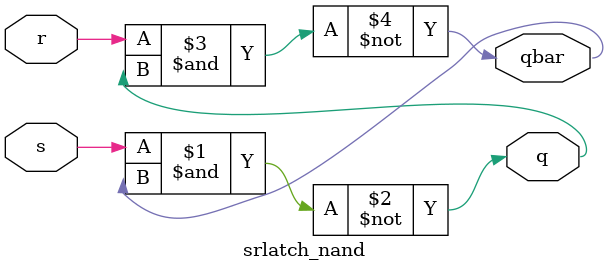
<source format=v>
module srlatch_nand(input s,r,output q,qbar);
  assign q=~(s & qbar);
  assign qbar=~(r & q);
endmodule

</source>
